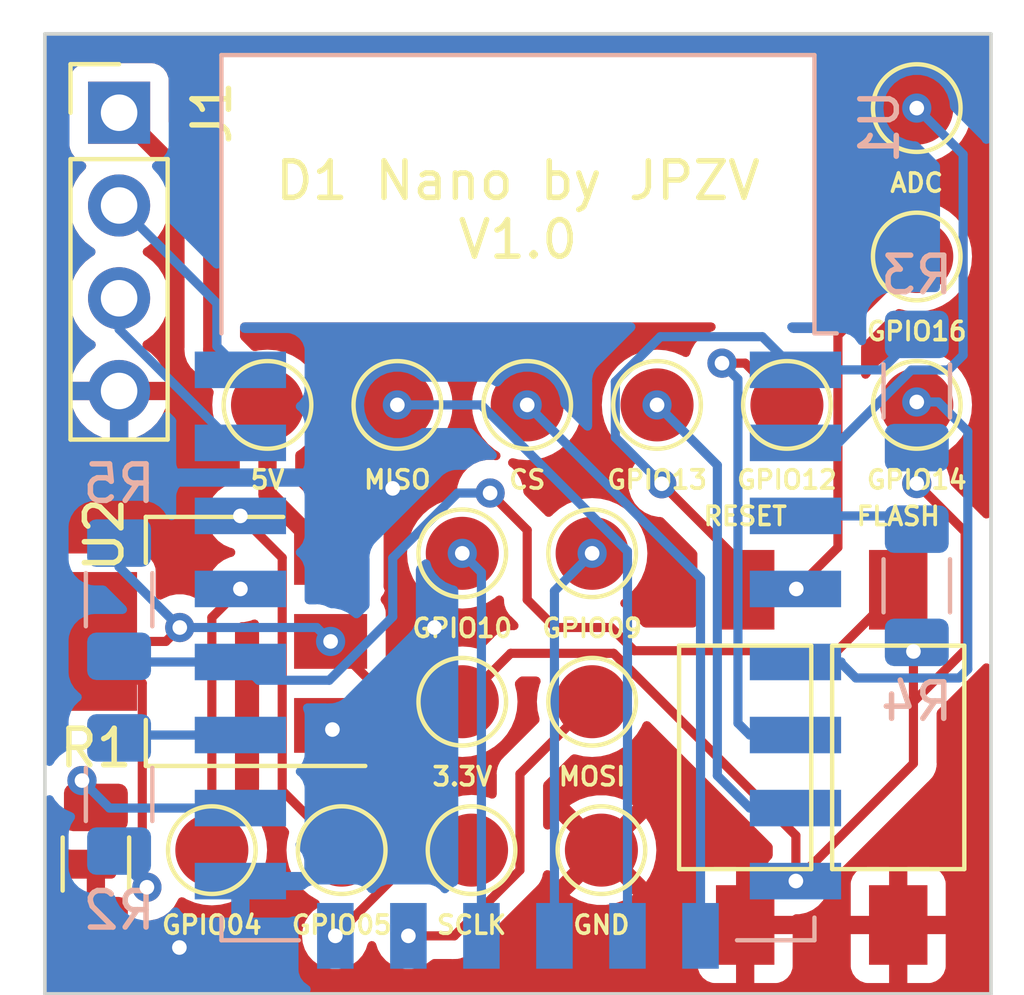
<source format=kicad_pcb>
(kicad_pcb (version 20221018) (generator pcbnew)
  (title_block (title "D1 Nano ESP8266") (date "2023-10-13") (rev "${REVISION}") (company "JPZV"))
  (layers (0 "F.Cu" signal) (31 "B.Cu" signal) (34 "B.Paste" user) (35 "F.Paste" user) (36 "B.SilkS" user "B.Silkscreen") (37 "F.SilkS" user "F.Silkscreen") (38 "B.Mask" user) (39 "F.Mask" user) (44 "Edge.Cuts" user))
  (property "REVISION" "1.0")
  (net 0 "")
  (net 1 "GND")
  (net 2 "Net-(U1-GPIO15)")
  (net 3 "Net-(U1-GPIO2)")
  (net 4 "+3.3V")
  (net 5 "Net-(U1-EN)")
  (net 6 "+5V")
  (net 7 "Net-(U1-GPIO9)")
  (net 8 "Net-(U1-GPIO10)")
  (net 9 "Net-(U1-GPIO4)")
  (net 10 "Net-(U1-GPIO5)")
  (net 11 "Net-(U1-GPIO12)")
  (net 12 "Net-(U1-GPIO13)")
  (net 13 "Net-(U1-GPIO14)")
  (net 14 "Net-(U1-GPIO16)")
  (net 15 "Net-(U1-ADC)")
  (net 16 "Net-(U1-CS0)")
  (net 17 "Net-(U1-MISO)")
  (net 18 "/RESET")
  (net 19 "Net-(U1-SCLK)")
  (net 20 "/FLASH")
  (net 21 "/RX")
  (net 22 "/TX")
  (net 23 "Net-(U1-MOSI)")
  (footprint "TestPoint:TestPoint_Pad_D2.0mm" (layer "F.Cu") (at 148.082 115.824)
    (fp_text reference "TP11" hide)
    (fp_text value "3.3V" (at 0 2.05) (layer "F.SilkS") (effects (font (size 0.5 0.5) (thickness 0.1))))
    (fp_circle (center 0 0) (end 0 1.2) (stroke (width 0.12)) (fill none) (layer "F.SilkS"))
    (pad "1" smd circle (at 0 0) (size 2 2) (layers "F.Cu" "F.Mask") (net 4 "+3.3V"))
  )
  (footprint "TestPoint:TestPoint_Pad_D2.0mm" (layer "F.Cu") (at 148.082 111.76)
    (fp_text reference "TP2" hide)
    (fp_text value "GPIO10" (at 0 2.05) (layer "F.SilkS") (effects (font (size 0.5 0.5) (thickness 0.1))))
    (fp_circle (center 0 0) (end 0 1.2) (stroke (width 0.12)) (fill none) (layer "F.SilkS"))
    (pad "1" smd circle (at 0 0) (size 2 2) (layers "F.Cu" "F.Mask") (net 8 "Net-(U1-GPIO10)"))
  )
  (footprint "TestPoint:TestPoint_Pad_D2.0mm" (layer "F.Cu") (at 151.638 115.824)
    (fp_text reference "TP16" hide)
    (fp_text value "MOSI" (at 0 2.05) (layer "F.SilkS") (effects (font (size 0.5 0.5) (thickness 0.1))))
    (fp_circle (center 0 0) (end 0 1.2) (stroke (width 0.12)) (fill none) (layer "F.SilkS"))
    (pad "1" smd circle (at 0 0) (size 2 2) (layers "F.Cu" "F.Mask") (net 23 "Net-(U1-MOSI)"))
  )
  (footprint "TestPoint:TestPoint_Pad_D2.0mm" (layer "F.Cu") (at 146.304 107.696)
    (fp_text reference "TP14" hide)
    (fp_text value "MISO" (at 0 2.05) (layer "F.SilkS") (effects (font (size 0.5 0.5) (thickness 0.1))))
    (fp_circle (center 0 0) (end 0 1.2) (stroke (width 0.12)) (fill none) (layer "F.SilkS"))
    (pad "1" smd circle (at 0 0) (size 2 2) (layers "F.Cu" "F.Mask") (net 17 "Net-(U1-MISO)"))
  )
  (footprint "TestPoint:TestPoint_Pad_D2.0mm" (layer "F.Cu") (at 156.972 107.696)
    (fp_text reference "TP5" hide)
    (fp_text value "GPIO12" (at 0 2.05) (layer "F.SilkS") (effects (font (size 0.5 0.5) (thickness 0.1))))
    (fp_circle (center 0 0) (end 0 1.2) (stroke (width 0.12)) (fill none) (layer "F.SilkS"))
    (pad "1" smd circle (at 0 0) (size 2 2) (layers "F.Cu" "F.Mask") (net 11 "Net-(U1-GPIO12)"))
  )
  (footprint "TestPoint:TestPoint_Pad_D2.0mm" (layer "F.Cu") (at 160.528 103.632)
    (fp_text reference "TP8" hide)
    (fp_text value "GPIO16" (at 0 2.05) (layer "F.SilkS") (effects (font (size 0.5 0.5) (thickness 0.1))))
    (fp_circle (center 0 0) (end 0 1.2) (stroke (width 0.12)) (fill none) (layer "F.SilkS"))
    (pad "1" smd circle (at 0 0) (size 2 2) (layers "F.Cu" "F.Mask") (net 14 "Net-(U1-GPIO16)"))
  )
  (footprint "TestPoint:TestPoint_Pad_D2.0mm" (layer "F.Cu") (at 148.336 119.888)
    (fp_text reference "TP15" hide)
    (fp_text value "SCLK" (at 0 2.05) (layer "F.SilkS") (effects (font (size 0.5 0.5) (thickness 0.1))))
    (fp_circle (center 0 0) (end 0 1.2) (stroke (width 0.12)) (fill none) (layer "F.SilkS"))
    (pad "1" smd circle (at 0 0) (size 2 2) (layers "F.Cu" "F.Mask") (net 19 "Net-(U1-SCLK)"))
  )
  (footprint "TestPoint:TestPoint_Pad_D2.0mm" (layer "F.Cu") (at 151.638 111.76)
    (fp_text reference "TP1" hide)
    (fp_text value "GPIO09" (at 0 2.05) (layer "F.SilkS") (effects (font (size 0.5 0.5) (thickness 0.1))))
    (fp_circle (center 0 0) (end 0 1.2) (stroke (width 0.12)) (fill none) (layer "F.SilkS"))
    (pad "1" smd circle (at 0 0) (size 2 2) (layers "F.Cu" "F.Mask") (net 7 "Net-(U1-GPIO9)"))
  )
  (footprint "TestPoint:TestPoint_Pad_D2.0mm" (layer "F.Cu") (at 144.78 119.888)
    (fp_text reference "TP4" hide)
    (fp_text value "GPIO05" (at 0 2.05) (layer "F.SilkS") (effects (font (size 0.5 0.5) (thickness 0.1))))
    (fp_circle (center 0 0) (end 0 1.2) (stroke (width 0.12)) (fill none) (layer "F.SilkS"))
    (pad "1" smd circle (at 0 0) (size 2 2) (layers "F.Cu" "F.Mask") (net 10 "Net-(U1-GPIO5)"))
  )
  (footprint "TestPoint:TestPoint_Pad_D2.0mm" (layer "F.Cu") (at 142.748 107.696)
    (fp_text reference "TP10" hide)
    (fp_text value "5V" (at 0 2.05) (layer "F.SilkS") (effects (font (size 0.5 0.5) (thickness 0.1))))
    (fp_circle (center 0 0) (end 0 1.2) (stroke (width 0.12)) (fill none) (layer "F.SilkS"))
    (pad "1" smd circle (at 0 0) (size 2 2) (layers "F.Cu" "F.Mask") (net 6 "+5V"))
  )
  (footprint "Resistor_SMD:R_1206_3216Metric_Pad1.30x1.75mm_HandSolder" (layer "F.Cu") (at 138.049 120.269 90)
    (fp_text reference "R1" (at 3.175 0) (layer "F.SilkS"))
    (fp_text value "10K")
    (fp_line (start -0.727064 -0.91) (end 0.727064 -0.91) (stroke (width 0.12)) (layer "F.SilkS"))
    (fp_line (start -0.727064 0.91) (end 0.727064 0.91) (stroke (width 0.12)) (layer "F.SilkS"))
    (pad "1" smd roundrect (at -1.55 0 90) (size 1.3 1.75) (layers "F.Cu" "F.Paste" "F.Mask") (roundrect_rratio 0.1923076923) (net 1 "GND"))
    (pad "2" smd roundrect (at 1.55 0 90) (size 1.3 1.75) (layers "F.Cu" "F.Paste" "F.Mask") (roundrect_rratio 0.1923076923) (net 2 "Net-(U1-GPIO15)"))
  )
  (footprint "TestPoint:TestPoint_Pad_D2.0mm" (layer "F.Cu") (at 160.528 107.696)
    (fp_text reference "TP7" hide)
    (fp_text value "GPIO14" (at 0 2.05) (layer "F.SilkS") (effects (font (size 0.5 0.5) (thickness 0.1))))
    (fp_circle (center 0 0) (end 0 1.2) (stroke (width 0.12)) (fill none) (layer "F.SilkS"))
    (pad "1" smd circle (at 0 0) (size 2 2) (layers "F.Cu" "F.Mask") (net 13 "Net-(U1-GPIO14)"))
  )
  (footprint "TestPoint:TestPoint_Pad_D2.0mm" (layer "F.Cu") (at 153.416 107.696)
    (fp_text reference "TP6" hide)
    (fp_text value "GPIO13" (at 0 2.05) (layer "F.SilkS") (effects (font (size 0.5 0.5) (thickness 0.1))))
    (fp_circle (center 0 0) (end 0 1.2) (stroke (width 0.12)) (fill none) (layer "F.SilkS"))
    (pad "1" smd circle (at 0 0) (size 2 2) (layers "F.Cu" "F.Mask") (net 12 "Net-(U1-GPIO13)"))
  )
  (footprint "Package_TO_SOT_SMD:SOT-223-3_TabPin2" (layer "F.Cu") (at 141.326 114.173 180)
    (fp_text reference "U2" (at 3.048 2.921 270) (layer "F.SilkS"))
    (fp_text value "AP1117-33")
    (fp_line (start -4.1 -3.41) (end 1.91 -3.41) (stroke (width 0.12)) (layer "F.SilkS"))
    (fp_line (start -1.85 3.41) (end 1.91 3.41) (stroke (width 0.12)) (layer "F.SilkS"))
    (fp_line (start 1.91 -3.41) (end 1.91 -2.15) (stroke (width 0.12)) (layer "F.SilkS"))
    (fp_line (start 1.91 3.41) (end 1.91 2.15) (stroke (width 0.12)) (layer "F.SilkS"))
    (pad "1" smd rect (at -3.15 -2.3 180) (size 2 1.5) (layers "F.Cu" "F.Paste" "F.Mask") (net 1 "GND"))
    (pad "2" smd rect (at -3.15 0 180) (size 2 1.5) (layers "F.Cu" "F.Paste" "F.Mask") (net 4 "+3.3V"))
    (pad "2" smd rect (at 3.15 0 180) (size 2 3.8) (layers "F.Cu" "F.Paste" "F.Mask") (net 4 "+3.3V"))
    (pad "3" smd rect (at -3.15 2.3 180) (size 2 1.5) (layers "F.Cu" "F.Paste" "F.Mask") (net 6 "+5V"))
  )
  (footprint "TestPoint:TestPoint_Pad_D2.0mm" (layer "F.Cu") (at 149.86 107.696)
    (fp_text reference "TP13" hide)
    (fp_text value "CS" (at 0 2.05) (layer "F.SilkS") (effects (font (size 0.5 0.5) (thickness 0.1))))
    (fp_circle (center 0 0) (end 0 1.2) (stroke (width 0.12)) (fill none) (layer "F.SilkS"))
    (pad "1" smd circle (at 0 0) (size 2 2) (layers "F.Cu" "F.Mask") (net 16 "Net-(U1-CS0)"))
  )
  (footprint "Button_Switch_SMD:SW_SPST_FSMSM" (layer "F.Cu") (at 155.829 117.348 -90)
    (fp_text reference "SW1" hide)
    (fp_text value "RESET" (at -6.604 0 180) (layer "F.SilkS") (effects (font (size 0.5 0.5) (thickness 0.1))))
    (fp_line (start -3.06 -1.81) (end 3.06 -1.81) (stroke (width 0.12)) (layer "F.SilkS"))
    (fp_line (start -3.06 1.81) (end -3.06 -1.81) (stroke (width 0.12)) (layer "F.SilkS"))
    (fp_line (start 3.06 -1.81) (end 3.06 1.81) (stroke (width 0.12)) (layer "F.SilkS"))
    (fp_line (start 3.06 1.81) (end -3.06 1.81) (stroke (width 0.12)) (layer "F.SilkS"))
    (pad "1" smd rect (at -4.59 0 270) (size 2.18 1.6) (layers "F.Cu" "F.Paste" "F.Mask") (net 18 "/RESET"))
    (pad "2" smd rect (at 4.59 0 270) (size 2.18 1.6) (layers "F.Cu" "F.Paste" "F.Mask") (net 1 "GND"))
  )
  (footprint "TestPoint:TestPoint_Pad_D2.0mm" (layer "F.Cu") (at 160.528 99.568)
    (fp_text reference "TP12" hide)
    (fp_text value "ADC" (at 0 2.05) (layer "F.SilkS") (effects (font (size 0.5 0.5) (thickness 0.1))))
    (fp_circle (center 0 0) (end 0 1.2) (stroke (width 0.12)) (fill none) (layer "F.SilkS"))
    (pad "1" smd circle (at 0 0) (size 2 2) (layers "F.Cu" "F.Mask") (net 15 "Net-(U1-ADC)"))
  )
  (footprint "Connector_PinHeader_2.54mm:PinHeader_1x04_P2.54mm_Vertical" (layer "F.Cu") (at 138.684 99.695)
    (fp_text reference "J1" (at 2.54 0 90) (layer "F.SilkS"))
    (fp_text value "Serial")
    (fp_line (start -1.33 -1.33) (end 0 -1.33) (stroke (width 0.12)) (layer "F.SilkS"))
    (fp_line (start -1.33 0) (end -1.33 -1.33) (stroke (width 0.12)) (layer "F.SilkS"))
    (fp_line (start -1.33 1.27) (end -1.33 8.95) (stroke (width 0.12)) (layer "F.SilkS"))
    (fp_line (start -1.33 1.27) (end 1.33 1.27) (stroke (width 0.12)) (layer "F.SilkS"))
    (fp_line (start -1.33 8.95) (end 1.33 8.95) (stroke (width 0.12)) (layer "F.SilkS"))
    (fp_line (start 1.33 1.27) (end 1.33 8.95) (stroke (width 0.12)) (layer "F.SilkS"))
    (pad "1" thru_hole rect (at 0 0) (size 1.7 1.7) (drill 1) (layers "*.Cu" "*.Mask") (net 6 "+5V"))
    (pad "2" thru_hole oval (at 0 2.54) (size 1.7 1.7) (drill 1) (layers "*.Cu" "*.Mask") (net 22 "/TX"))
    (pad "3" thru_hole oval (at 0 5.08) (size 1.7 1.7) (drill 1) (layers "*.Cu" "*.Mask") (net 21 "/RX"))
    (pad "4" thru_hole oval (at 0 7.62) (size 1.7 1.7) (drill 1) (layers "*.Cu" "*.Mask") (net 1 "GND"))
  )
  (footprint "TestPoint:TestPoint_Pad_D2.0mm" (layer "F.Cu") (at 141.224 119.888)
    (fp_text reference "TP3" hide)
    (fp_text value "GPIO04" (at 0 2.05) (layer "F.SilkS") (effects (font (size 0.5 0.5) (thickness 0.1))))
    (fp_circle (center 0 0) (end 0 1.2) (stroke (width 0.12)) (fill none) (layer "F.SilkS"))
    (pad "1" smd circle (at 0 0) (size 2 2) (layers "F.Cu" "F.Mask") (net 9 "Net-(U1-GPIO4)"))
  )
  (footprint "TestPoint:TestPoint_Pad_D2.0mm" (layer "F.Cu") (at 151.892 119.888)
    (fp_text reference "TP9" hide)
    (fp_text value "GND" (at 0 2.05) (layer "F.SilkS") (effects (font (size 0.5 0.5) (thickness 0.1))))
    (fp_circle (center 0 0) (end 0 1.2) (stroke (width 0.12)) (fill none) (layer "F.SilkS"))
    (pad "1" smd circle (at 0 0) (size 2 2) (layers "F.Cu" "F.Mask") (net 1 "GND"))
  )
  (footprint "Button_Switch_SMD:SW_SPST_FSMSM" (layer "F.Cu") (at 160.02 117.348 -90)
    (fp_text reference "SW2" hide)
    (fp_text value "FLASH" (at -6.604 0 180) (layer "F.SilkS") (effects (font (size 0.5 0.5) (thickness 0.1))))
    (fp_line (start -3.06 -1.81) (end 3.06 -1.81) (stroke (width 0.12)) (layer "F.SilkS"))
    (fp_line (start -3.06 1.81) (end -3.06 -1.81) (stroke (width 0.12)) (layer "F.SilkS"))
    (fp_line (start 3.06 -1.81) (end 3.06 1.81) (stroke (width 0.12)) (layer "F.SilkS"))
    (fp_line (start 3.06 1.81) (end -3.06 1.81) (stroke (width 0.12)) (layer "F.SilkS"))
    (pad "1" smd rect (at -4.59 0 270) (size 2.18 1.6) (layers "F.Cu" "F.Paste" "F.Mask") (net 20 "/FLASH"))
    (pad "2" smd rect (at 4.59 0 270) (size 2.18 1.6) (layers "F.Cu" "F.Paste" "F.Mask") (net 1 "GND"))
  )
  (footprint "Resistor_SMD:R_1206_3216Metric_Pad1.30x1.75mm_HandSolder" (layer "B.Cu") (at 160.528 112.649 90)
    (fp_text reference "R4" (at -3.175 0 180) (layer "B.SilkS") (effects (justify mirror)))
    (fp_text value "10K")
    (fp_line (start -0.727064 -0.91) (end 0.727064 -0.91) (stroke (width 0.12)) (layer "B.SilkS"))
    (fp_line (start -0.727064 0.91) (end 0.727064 0.91) (stroke (width 0.12)) (layer "B.SilkS"))
    (pad "1" smd roundrect (at -1.55 0 90) (size 1.3 1.75) (layers "B.Cu" "B.Paste" "B.Mask") (roundrect_rratio 0.1923076923) (net 4 "+3.3V"))
    (pad "2" smd roundrect (at 1.55 0 90) (size 1.3 1.75) (layers "B.Cu" "B.Paste" "B.Mask") (roundrect_rratio 0.1923076923) (net 5 "Net-(U1-EN)"))
  )
  (footprint "Resistor_SMD:R_1206_3216Metric_Pad1.30x1.75mm_HandSolder" (layer "B.Cu") (at 138.684 113.03 90)
    (fp_text reference "R5" (at 3.175 0 180) (layer "B.SilkS") (effects (justify mirror)))
    (fp_text value "10K")
    (fp_line (start -0.727064 -0.91) (end 0.727064 -0.91) (stroke (width 0.12)) (layer "B.SilkS"))
    (fp_line (start -0.727064 0.91) (end 0.727064 0.91) (stroke (width 0.12)) (layer "B.SilkS"))
    (pad "1" smd roundrect (at -1.55 0 90) (size 1.3 1.75) (layers "B.Cu" "B.Paste" "B.Mask") (roundrect_rratio 0.1923076923) (net 20 "/FLASH"))
    (pad "2" smd roundrect (at 1.55 0 90) (size 1.3 1.75) (layers "B.Cu" "B.Paste" "B.Mask") (roundrect_rratio 0.1923076923) (net 4 "+3.3V"))
  )
  (footprint "RF_Module:ESP-12E" (layer "B.Cu") (at 149.606 110.236 180)
    (fp_text reference "U1" (at -9.906 10.16 270) (layer "B.SilkS") (effects (justify mirror)))
    (fp_text value "ESP-12E")
    (fp_line (start -8.12 -12.12) (end -8.12 -11.5) (stroke (width 0.12)) (layer "B.SilkS"))
    (fp_line (start -8.12 4.5) (end -8.73 4.5) (stroke (width 0.12)) (layer "B.SilkS"))
    (fp_line (start -8.12 4.5) (end -8.12 12.12) (stroke (width 0.12)) (layer "B.SilkS"))
    (fp_line (start -8.12 12.12) (end 8.12 12.12) (stroke (width 0.12)) (layer "B.SilkS"))
    (fp_line (start -6 -12.12) (end -8.12 -12.12) (stroke (width 0.12)) (layer "B.SilkS"))
    (fp_line (start 8.12 -12.12) (end 6 -12.12) (stroke (width 0.12)) (layer "B.SilkS"))
    (fp_line (start 8.12 -11.5) (end 8.12 -12.12) (stroke (width 0.12)) (layer "B.SilkS"))
    (fp_line (start 8.12 12.12) (end 8.12 4.5) (stroke (width 0.12)) (layer "B.SilkS"))
    (pad "1" smd rect locked (at -7.6 3.5 180) (size 2.5 1) (layers "B.Cu" "B.Paste" "B.Mask") (net 18 "/RESET"))
    (pad "2" smd rect locked (at -7.6 1.5 180) (size 2.5 1) (layers "B.Cu" "B.Paste" "B.Mask") (net 15 "Net-(U1-ADC)"))
    (pad "3" smd rect locked (at -7.6 -0.5 180) (size 2.5 1) (layers "B.Cu" "B.Paste" "B.Mask") (net 5 "Net-(U1-EN)"))
    (pad "4" smd rect locked (at -7.6 -2.5 180) (size 2.5 1) (layers "B.Cu" "B.Paste" "B.Mask") (net 14 "Net-(U1-GPIO16)"))
    (pad "5" smd rect locked (at -7.6 -4.5 180) (size 2.5 1) (layers "B.Cu" "B.Paste" "B.Mask") (net 13 "Net-(U1-GPIO14)"))
    (pad "6" smd rect locked (at -7.6 -6.5 180) (size 2.5 1) (layers "B.Cu" "B.Paste" "B.Mask") (net 11 "Net-(U1-GPIO12)"))
    (pad "7" smd rect locked (at -7.6 -8.5 180) (size 2.5 1) (layers "B.Cu" "B.Paste" "B.Mask") (net 12 "Net-(U1-GPIO13)"))
    (pad "8" smd rect locked (at -7.6 -10.5 180) (size 2.5 1) (layers "B.Cu" "B.Paste" "B.Mask") (net 4 "+3.3V"))
    (pad "9" smd rect locked (at -5 -12 180) (size 1 1.8) (layers "B.Cu" "B.Paste" "B.Mask") (net 16 "Net-(U1-CS0)"))
    (pad "10" smd rect locked (at -3 -12 180) (size 1 1.8) (layers "B.Cu" "B.Paste" "B.Mask") (net 17 "Net-(U1-MISO)"))
    (pad "11" smd rect locked (at -1 -12 180) (size 1 1.8) (layers "B.Cu" "B.Paste" "B.Mask") (net 7 "Net-(U1-GPIO9)"))
    (pad "12" smd rect locked (at 1 -12 180) (size 1 1.8) (layers "B.Cu" "B.Paste" "B.Mask") (net 8 "Net-(U1-GPIO10)"))
    (pad "13" smd rect locked (at 3 -12 180) (size 1 1.8) (layers "B.Cu" "B.Paste" "B.Mask") (net 23 "Net-(U1-MOSI)"))
    (pad "14" smd rect locked (at 5 -12 180) (size 1 1.8) (layers "B.Cu" "B.Paste" "B.Mask") (net 19 "Net-(U1-SCLK)"))
    (pad "15" smd rect locked (at 7.6 -10.5 180) (size 2.5 1) (layers "B.Cu" "B.Paste" "B.Mask") (net 1 "GND"))
    (pad "16" smd rect locked (at 7.6 -8.5 180) (size 2.5 1) (layers "B.Cu" "B.Paste" "B.Mask") (net 2 "Net-(U1-GPIO15)"))
    (pad "17" smd rect locked (at 7.6 -6.5 180) (size 2.5 1) (layers "B.Cu" "B.Paste" "B.Mask") (net 3 "Net-(U1-GPIO2)"))
    (pad "18" smd rect locked (at 7.6 -4.5 180) (size 2.5 1) (layers "B.Cu" "B.Paste" "B.Mask") (net 20 "/FLASH"))
    (pad "19" smd rect locked (at 7.6 -2.5 180) (size 2.5 1) (layers "B.Cu" "B.Paste" "B.Mask") (net 9 "Net-(U1-GPIO4)"))
    (pad "20" smd rect locked (at 7.6 -0.5 180) (size 2.5 1) (layers "B.Cu" "B.Paste" "B.Mask") (net 10 "Net-(U1-GPIO5)"))
    (pad "21" smd rect locked (at 7.6 1.5 180) (size 2.5 1) (layers "B.Cu" "B.Paste" "B.Mask") (net 21 "/RX"))
    (pad "22" smd rect locked (at 7.6 3.5 180) (size 2.5 1) (layers "B.Cu" "B.Paste" "B.Mask") (net 22 "/TX"))
    (zone (net 0) (net_name "") (layers "*.Cu") (connect_pads (clearance 0)) (min_thickness 0.254)
      (keepout (tracks not_allowed) (vias not_allowed) (pads not_allowed) (copperpour not_allowed) (footprints not_allowed))
      (fill (thermal_gap 0.508) (thermal_bridge_width 0.508))
      (polygon (pts (xy 157.726 105.436) (xy 141.486 105.436) (xy 141.486 98.116) (xy 157.726 98.116)))
    )
  )
  (footprint "Resistor_SMD:R_1206_3216Metric_Pad1.30x1.75mm_HandSolder" (layer "B.Cu") (at 160.528 107.315 90)
    (fp_text reference "R3" (at 3.175 0 180) (layer "B.SilkS") (effects (justify mirror)))
    (fp_text value "10K")
    (fp_line (start -0.727064 -0.91) (end 0.727064 -0.91) (stroke (width 0.12)) (layer "B.SilkS"))
    (fp_line (start -0.727064 0.91) (end 0.727064 0.91) (stroke (width 0.12)) (layer "B.SilkS"))
    (pad "1" smd roundrect (at -1.55 0 90) (size 1.3 1.75) (layers "B.Cu" "B.Paste" "B.Mask") (roundrect_rratio 0.1923076923) (net 4 "+3.3V"))
    (pad "2" smd roundrect (at 1.55 0 90) (size 1.3 1.75) (layers "B.Cu" "B.Paste" "B.Mask") (roundrect_rratio 0.1923076923) (net 18 "/RESET"))
  )
  (footprint "Resistor_SMD:R_1206_3216Metric_Pad1.30x1.75mm_HandSolder" (layer "B.Cu") (at 138.684 118.364 -90)
    (fp_text reference "R2" (at 3.175 0 -180) (layer "B.SilkS") (effects (justify mirror)))
    (fp_text value "10K")
    (fp_line (start -0.727064 -0.91) (end 0.727064 -0.91) (stroke (width 0.12)) (layer "B.SilkS"))
    (fp_line (start -0.727064 0.91) (end 0.727064 0.91) (stroke (width 0.12)) (layer "B.SilkS"))
    (pad "1" smd roundrect (at -1.55 0 270) (size 1.3 1.75) (layers "B.Cu" "B.Paste" "B.Mask") (roundrect_rratio 0.1923076923) (net 3 "Net-(U1-GPIO2)"))
    (pad "2" smd roundrect (at 1.55 0 270) (size 1.3 1.75) (layers "B.Cu" "B.Paste" "B.Mask") (roundrect_rratio 0.1923076923) (net 4 "+3.3V"))
  )
  (gr_line (start 136.652 97.536) (end 136.652 123.825) (stroke (width 0.1)) (layer "Edge.Cuts"))
  (gr_line (start 136.652 123.825) (end 162.56 123.825) (stroke (width 0.1)) (layer "Edge.Cuts"))
  (gr_line (start 162.56 97.536) (end 136.652 97.536) (stroke (width 0.1)) (layer "Edge.Cuts"))
  (gr_line (start 162.56 123.825) (end 162.56 97.536) (stroke (width 0.1)) (layer "Edge.Cuts"))
  (gr_text "D1 Nano by JPZV\nV${REVISION}" (at 149.606 102.362) (layer "F.SilkS") (effects (font (size 1 1))))
  (segment (start 146.177 112.649) (end 146.177 109.982) (width 0.5) (layer "F.Cu") (net 1))
  (segment (start 147.32 113.792) (end 146.177 112.649) (width 0.5) (layer "F.Cu") (net 1))
  (via (at 146.177 109.982) (size 0.8) (drill 0.4) (layers "F.Cu" "B.Cu") (net 1))
  (via (at 147.32 113.792) (size 0.8) (drill 0.4) (layers "F.Cu" "B.Cu") (net 1))
  (via (at 140.335 122.555) (size 0.8) (drill 0.4) (layers "F.Cu" "B.Cu") (net 1))
  (via (at 144.526 116.586) (size 0.8) (drill 0.4) (layers "F.Cu" "B.Cu") (net 1))
  (segment (start 139.277 109.686) (end 145.881 109.686) (width 0.5) (layer "B.Cu") (net 1))
  (segment (start 138.684 107.315) (end 138.684 109.093) (width 0.5) (layer "B.Cu") (net 1))
  (segment (start 138.684 109.093) (end 139.277 109.686) (width 0.5) (layer "B.Cu") (net 1))
  (segment (start 145.881 109.686) (end 146.177 109.982) (width 0.5) (layer "B.Cu") (net 1))
  (segment (start 138.049 118.364) (end 137.668 117.983) (width 0.25) (layer "F.Cu") (net 2))
  (segment (start 138.049 118.719) (end 138.049 118.364) (width 0.25) (layer "F.Cu") (net 2))
  (via (at 137.668 117.983) (size 0.8) (drill 0.4) (layers "F.Cu" "B.Cu") (net 2))
  (segment (start 137.668 117.983) (end 138.421 118.736) (width 0.25) (layer "B.Cu") (net 2))
  (segment (start 138.421 118.736) (end 142.006 118.736) (width 0.25) (layer "B.Cu") (net 2))
  (segment (start 138.762 116.736) (end 138.684 116.814) (width 0.25) (layer "B.Cu") (net 3))
  (segment (start 142.006 116.736) (end 138.762 116.736) (width 0.25) (layer "B.Cu") (net 3))
  (segment (start 146.127 115.824) (end 144.476 114.173) (width 0.25) (layer "F.Cu") (net 4))
  (segment (start 139.446 120.904) (end 139.319 120.777) (width 0.25) (layer "F.Cu") (net 4))
  (segment (start 152.2275 114.499) (end 157.217516 119.489016) (width 0.25) (layer "F.Cu") (net 4))
  (segment (start 160.436597 117.514684) (end 160.436597 115.824) (width 0.25) (layer "F.Cu") (net 4))
  (segment (start 161.853 114.407597) (end 161.853 111.1745) (width 0.25) (layer "F.Cu") (net 4))
  (segment (start 161.853 111.1745) (end 160.528 109.8495) (width 0.25) (layer "F.Cu") (net 4))
  (segment (start 157.217516 119.489016) (end 157.217516 120.733765) (width 0.25) (layer "F.Cu") (net 4))
  (segment (start 160.436597 115.824) (end 160.436597 114.4475) (width 0.25) (layer "F.Cu") (net 4))
  (segment (start 157.217516 120.733765) (end 160.436597 117.514684) (width 0.25) (layer "F.Cu") (net 4))
  (segment (start 149.407 114.499) (end 152.2275 114.499) (width 0.25) (layer "F.Cu") (net 4))
  (segment (start 139.319 120.777) (end 139.319 115.316) (width 0.25) (layer "F.Cu") (net 4))
  (segment (start 139.319 115.316) (end 138.176 114.173) (width 0.25) (layer "F.Cu") (net 4))
  (segment (start 138.176 114.173) (end 139.965 114.173) (width 0.25) (layer "F.Cu") (net 4))
  (segment (start 148.082 115.824) (end 146.127 115.824) (width 0.25) (layer "F.Cu") (net 4))
  (segment (start 160.436597 115.824) (end 161.853 114.407597) (width 0.25) (layer "F.Cu") (net 4))
  (segment (start 148.082 115.824) (end 149.407 114.499) (width 0.25) (layer "F.Cu") (net 4))
  (segment (start 139.965 114.173) (end 140.346 113.792) (width 0.25) (layer "F.Cu") (net 4))
  (via (at 160.528 109.8495) (size 0.8) (drill 0.4) (layers "F.Cu" "B.Cu") (net 4))
  (via (at 140.346 113.792) (size 0.8) (drill 0.4) (layers "F.Cu" "B.Cu") (net 4))
  (via (at 144.476 114.173) (size 0.8) (drill 0.4) (layers "F.Cu" "B.Cu") (net 4))
  (via (at 157.217516 120.733765) (size 0.8) (drill 0.4) (layers "F.Cu" "B.Cu") (net 4))
  (via (at 160.436597 114.4475) (size 0.8) (drill 0.4) (layers "F.Cu" "B.Cu") (net 4))
  (via (at 139.446 120.904) (size 0.8) (drill 0.4) (layers "F.Cu" "B.Cu") (net 4))
  (segment (start 138.684 111.48) (end 138.684 112.13) (width 0.25) (layer "B.Cu") (net 4))
  (segment (start 160.528 109.8495) (end 160.528 108.865) (width 0.25) (layer "B.Cu") (net 4))
  (segment (start 144.095 113.792) (end 144.476 114.173) (width 0.25) (layer "B.Cu") (net 4))
  (segment (start 138.684 120.142) (end 139.446 120.904) (width 0.25) (layer "B.Cu") (net 4))
  (segment (start 138.684 119.914) (end 138.684 120.142) (width 0.25) (layer "B.Cu") (net 4))
  (segment (start 140.346 113.792) (end 144.095 113.792) (width 0.25) (layer "B.Cu") (net 4))
  (segment (start 138.684 112.13) (end 140.346 113.792) (width 0.25) (layer "B.Cu") (net 4))
  (segment (start 157.206 110.736) (end 160.165 110.736) (width 0.25) (layer "B.Cu") (net 5))
  (segment (start 160.165 110.736) (end 160.528 111.099) (width 0.25) (layer "B.Cu") (net 5))
  (segment (start 141.236 102.247) (end 141.236 106.184) (width 0.5) (layer "F.Cu") (net 6))
  (segment (start 142.748 107.696) (end 142.748 110.145) (width 0.5) (layer "F.Cu") (net 6))
  (segment (start 142.748 110.145) (end 144.476 111.873) (width 0.5) (layer "F.Cu") (net 6))
  (segment (start 138.684 99.695) (end 141.236 102.247) (width 0.5) (layer "F.Cu") (net 6))
  (segment (start 141.236 106.184) (end 142.748 107.696) (width 0.5) (layer "F.Cu") (net 6))
  (via (at 151.638 111.76) (size 0.8) (drill 0.4) (layers "F.Cu" "B.Cu") (net 7))
  (segment (start 150.606 112.792) (end 151.638 111.76) (width 0.25) (layer "B.Cu") (net 7))
  (segment (start 150.606 122.236) (end 150.606 112.792) (width 0.25) (layer "B.Cu") (net 7))
  (via (at 148.082 111.76) (size 0.8) (drill 0.4) (layers "F.Cu" "B.Cu") (net 8))
  (segment (start 148.606 122.236) (end 148.606 112.284) (width 0.25) (layer "B.Cu") (net 8))
  (segment (start 148.606 112.284) (end 148.082 111.76) (width 0.25) (layer "B.Cu") (net 8))
  (segment (start 141.224 119.888) (end 141.224 113.518) (width 0.25) (layer "F.Cu") (net 9))
  (segment (start 141.224 113.518) (end 142.006 112.736) (width 0.25) (layer "F.Cu") (net 9))
  (via (at 142.006 112.736) (size 0.8) (drill 0.4) (layers "F.Cu" "B.Cu") (net 9))
  (segment (start 144.78 119.888) (end 143.151 118.259) (width 0.25) (layer "F.Cu") (net 10))
  (segment (start 143.151 118.259) (end 143.151 111.881) (width 0.25) (layer "F.Cu") (net 10))
  (segment (start 143.151 111.881) (end 142.006 110.736) (width 0.25) (layer "F.Cu") (net 10))
  (via (at 142.006 110.736) (size 0.8) (drill 0.4) (layers "F.Cu" "B.Cu") (net 10))
  (segment (start 155.194 106.553) (end 155.829 106.553) (width 0.25) (layer "F.Cu") (net 11))
  (segment (start 155.829 106.553) (end 156.972 107.696) (width 0.25) (layer "F.Cu") (net 11))
  (via (at 155.194 106.553) (size 0.8) (drill 0.4) (layers "F.Cu" "B.Cu") (net 11))
  (segment (start 157.206 116.736) (end 155.956 116.736) (width 0.25) (layer "B.Cu") (net 11))
  (segment (start 155.956 116.736) (end 155.631 116.411) (width 0.25) (layer "B.Cu") (net 11))
  (segment (start 155.631 106.99) (end 155.194 106.553) (width 0.25) (layer "B.Cu") (net 11))
  (segment (start 155.631 116.411) (end 155.631 106.99) (width 0.25) (layer "B.Cu") (net 11))
  (via (at 153.416 107.696) (size 0.8) (drill 0.4) (layers "F.Cu" "B.Cu") (net 12))
  (segment (start 155.956 118.736) (end 155.067 117.847) (width 0.25) (layer "B.Cu") (net 12))
  (segment (start 155.067 109.347) (end 153.416 107.696) (width 0.25) (layer "B.Cu") (net 12))
  (segment (start 155.067 117.847) (end 155.067 109.347) (width 0.25) (layer "B.Cu") (net 12))
  (segment (start 157.206 118.736) (end 155.956 118.736) (width 0.25) (layer "B.Cu") (net 12))
  (via (at 160.528 107.6155) (size 0.8) (drill 0.4) (layers "F.Cu" "B.Cu") (net 13))
  (segment (start 157.206 114.736) (end 158.456 114.736) (width 0.25) (layer "B.Cu") (net 13))
  (segment (start 161.116674 107.6155) (end 160.528 107.6155) (width 0.25) (layer "B.Cu") (net 13))
  (segment (start 161.925 114.935) (end 161.925 108.423826) (width 0.25) (layer "B.Cu") (net 13))
  (segment (start 158.456 114.768) (end 158.862 115.174) (width 0.25) (layer "B.Cu") (net 13))
  (segment (start 161.686 115.174) (end 161.925 114.935) (width 0.25) (layer "B.Cu") (net 13))
  (segment (start 158.456 114.736) (end 158.456 114.768) (width 0.25) (layer "B.Cu") (net 13))
  (segment (start 161.925 108.423826) (end 161.116674 107.6155) (width 0.25) (layer "B.Cu") (net 13))
  (segment (start 158.862 115.174) (end 161.686 115.174) (width 0.25) (layer "B.Cu") (net 13))
  (segment (start 158.369 111.5955) (end 157.2285 112.736) (width 0.25) (layer "F.Cu") (net 14))
  (segment (start 160.528 103.632) (end 158.369 105.791) (width 0.25) (layer "F.Cu") (net 14))
  (segment (start 158.369 105.791) (end 158.369 111.5955) (width 0.25) (layer "F.Cu") (net 14))
  (via (at 157.2285 112.736) (size 0.8) (drill 0.4) (layers "F.Cu" "B.Cu") (net 14))
  (via (at 160.528 99.568) (size 0.8) (drill 0.4) (layers "F.Cu" "B.Cu") (net 15))
  (segment (start 161.798 100.838) (end 160.528 99.568) (width 0.25) (layer "B.Cu") (net 15))
  (segment (start 161.798 106.333174) (end 161.798 100.838) (width 0.25) (layer "B.Cu") (net 15))
  (segment (start 158.382195 108.736) (end 160.378195 106.74) (width 0.25) (layer "B.Cu") (net 15))
  (segment (start 157.206 108.736) (end 158.382195 108.736) (width 0.25) (layer "B.Cu") (net 15))
  (segment (start 161.391174 106.74) (end 161.798 106.333174) (width 0.25) (layer "B.Cu") (net 15))
  (segment (start 160.378195 106.74) (end 161.391174 106.74) (width 0.25) (layer "B.Cu") (net 15))
  (via (at 149.86 107.696) (size 0.8) (drill 0.4) (layers "F.Cu" "B.Cu") (net 16))
  (segment (start 154.606 122.236) (end 154.606 112.442) (width 0.25) (layer "B.Cu") (net 16))
  (segment (start 154.606 112.442) (end 149.86 107.696) (width 0.25) (layer "B.Cu") (net 16))
  (via (at 146.304 107.696) (size 0.8) (drill 0.4) (layers "F.Cu" "B.Cu") (net 17))
  (segment (start 148.599305 107.696) (end 146.304 107.696) (width 0.25) (layer "B.Cu") (net 17))
  (segment (start 152.606 122.236) (end 152.606 111.702695) (width 0.25) (layer "B.Cu") (net 17))
  (segment (start 152.606 111.702695) (end 148.599305 107.696) (width 0.25) (layer "B.Cu") (net 17))
  (segment (start 155.829 112.758) (end 155.829 112.141) (width 0.25) (layer "F.Cu") (net 18))
  (segment (start 155.829 112.141) (end 153.543 109.855) (width 0.25) (layer "F.Cu") (net 18))
  (via (at 153.543 109.855) (size 0.8) (drill 0.4) (layers "F.Cu" "B.Cu") (net 18))
  (segment (start 156.298 105.828) (end 157.206 106.736) (width 0.25) (layer "B.Cu") (net 18))
  (segment (start 153.506 105.828) (end 156.298 105.828) (width 0.25) (layer "B.Cu") (net 18))
  (segment (start 152.273 107.061) (end 153.506 105.828) (width 0.25) (layer "B.Cu") (net 18))
  (segment (start 153.543 109.855) (end 152.273 108.585) (width 0.25) (layer "B.Cu") (net 18))
  (segment (start 157.206 106.736) (end 159.557 106.736) (width 0.25) (layer "B.Cu") (net 18))
  (segment (start 152.273 108.585) (end 152.273 107.061) (width 0.25) (layer "B.Cu") (net 18))
  (segment (start 159.557 106.736) (end 160.528 105.765) (width 0.25) (layer "B.Cu") (net 18))
  (segment (start 146.954 119.888) (end 144.606 122.236) (width 0.25) (layer "F.Cu") (net 19))
  (segment (start 148.336 119.888) (end 146.954 119.888) (width 0.25) (layer "F.Cu") (net 19))
  (via (at 144.606 122.236) (size 0.8) (drill 0.4) (layers "F.Cu" "B.Cu") (net 19))
  (segment (start 149.86 111.125) (end 149.86 113.03) (width 0.25) (layer "F.Cu") (net 20))
  (segment (start 158.351 114.427) (end 160.02 112.758) (width 0.25) (layer "F.Cu") (net 20))
  (segment (start 149.86 113.03) (end 150.622 113.792) (width 0.25) (layer "F.Cu") (net 20))
  (segment (start 152.791896 114.427) (end 158.351 114.427) (width 0.25) (layer "F.Cu") (net 20))
  (segment (start 150.622 113.792) (end 152.156896 113.792) (width 0.25) (layer "F.Cu") (net 20))
  (segment (start 148.844 110.109) (end 149.86 111.125) (width 0.25) (layer "F.Cu") (net 20))
  (segment (start 152.156896 113.792) (end 152.791896 114.427) (width 0.25) (layer "F.Cu") (net 20))
  (via (at 148.844 110.109) (size 0.8) (drill 0.4) (layers "F.Cu" "B.Cu") (net 20))
  (segment (start 142.006 114.736) (end 142.506 115.236) (width 0.25) (layer "B.Cu") (net 20))
  (segment (start 147.955 110.109) (end 148.844 110.109) (width 0.25) (layer "B.Cu") (net 20))
  (segment (start 142.506 115.236) (end 144.438305 115.236) (width 0.25) (layer "B.Cu") (net 20))
  (segment (start 138.84 114.736) (end 138.684 114.58) (width 0.25) (layer "B.Cu") (net 20))
  (segment (start 146.177 113.497305) (end 146.177 111.887) (width 0.25) (layer "B.Cu") (net 20))
  (segment (start 144.438305 115.236) (end 146.177 113.497305) (width 0.25) (layer "B.Cu") (net 20))
  (segment (start 142.006 114.736) (end 138.84 114.736) (width 0.25) (layer "B.Cu") (net 20))
  (segment (start 146.177 111.887) (end 147.955 110.109) (width 0.25) (layer "B.Cu") (net 20))
  (segment (start 141.79638 108.736) (end 138.684 105.62362) (width 0.25) (layer "B.Cu") (net 21))
  (segment (start 138.684 105.62362) (end 138.684 104.775) (width 0.25) (layer "B.Cu") (net 21))
  (segment (start 142.006 108.736) (end 141.79638 108.736) (width 0.25) (layer "B.Cu") (net 21))
  (segment (start 141.361 104.912) (end 138.684 102.235) (width 0.25) (layer "B.Cu") (net 22))
  (segment (start 141.361 106.091) (end 141.361 104.912) (width 0.25) (layer "B.Cu") (net 22))
  (segment (start 142.006 106.736) (end 141.361 106.091) (width 0.25) (layer "B.Cu") (net 22))
  (segment (start 149.661 120.436834) (end 147.861834 122.236) (width 0.25) (layer "F.Cu") (net 23))
  (segment (start 149.661 117.801) (end 149.661 120.436834) (width 0.25) (layer "F.Cu") (net 23))
  (segment (start 147.861834 122.236) (end 146.606 122.236) (width 0.25) (layer "F.Cu") (net 23))
  (segment (start 151.638 115.824) (end 149.661 117.801) (width 0.25) (layer "F.Cu") (net 23))
  (via (at 146.606 122.236) (size 0.8) (drill 0.4) (layers "F.Cu" "B.Cu") (net 23))
  (zone (net 1) (net_name "GND") (layers "F&B.Cu") (connect_pads (clearance 0.508)) (min_thickness 0.25) (fill yes (thermal_gap 0.5) (thermal_bridge_width 0.5))
    (polygon (pts (xy 136.652 97.536) (xy 136.652 123.825) (xy 162.56 123.825) (xy 162.56 97.536)))
  )
)
</source>
